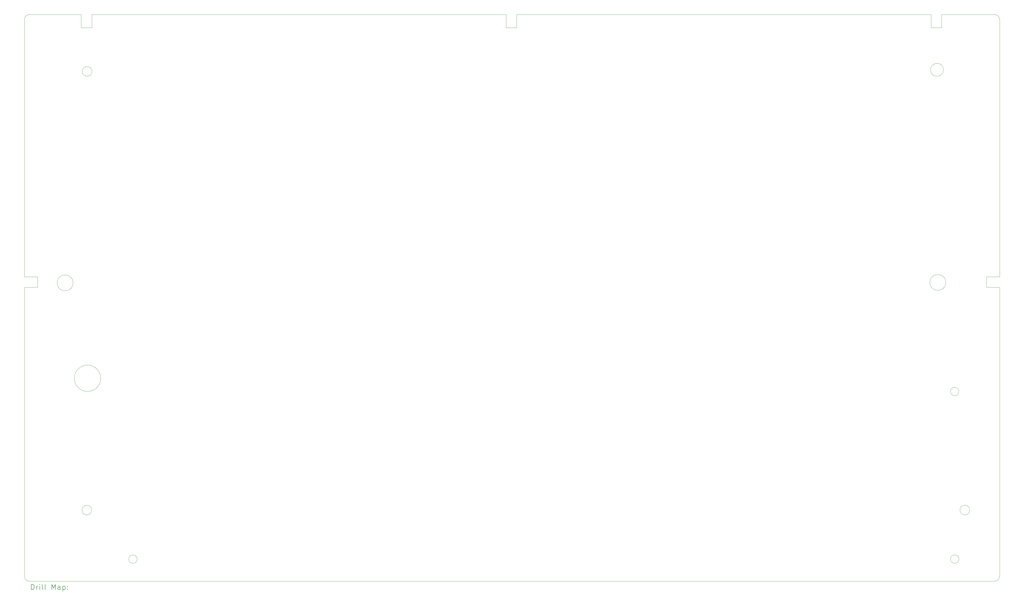
<source format=gbr>
%TF.GenerationSoftware,KiCad,Pcbnew,8.0.4*%
%TF.CreationDate,2025-01-14T13:43:09+00:00*%
%TF.ProjectId,AtomV5Board,41746f6d-5635-4426-9f61-72642e6b6963,rev?*%
%TF.SameCoordinates,Original*%
%TF.FileFunction,Drillmap*%
%TF.FilePolarity,Positive*%
%FSLAX45Y45*%
G04 Gerber Fmt 4.5, Leading zero omitted, Abs format (unit mm)*
G04 Created by KiCad (PCBNEW 8.0.4) date 2025-01-14 13:43:09*
%MOMM*%
%LPD*%
G01*
G04 APERTURE LIST*
%ADD10C,0.050000*%
%ADD11C,0.200000*%
G04 APERTURE END LIST*
D10*
X5199000Y-16191250D02*
G75*
G02*
X4199000Y-16191250I-500000J0D01*
G01*
X4199000Y-16191250D02*
G75*
G02*
X5199000Y-16191250I500000J0D01*
G01*
X2499500Y-23892000D02*
G75*
G02*
X2309000Y-23701500I0J190500D01*
G01*
X4459000Y-2392000D02*
X4459000Y-2892000D01*
X20559000Y-2892000D02*
X20959000Y-2892000D01*
X2309000Y-12342000D02*
X2309000Y-2582500D01*
X4859000Y-2392000D02*
X4859000Y-2892000D01*
X39259000Y-23701500D02*
X39259000Y-12742000D01*
X6579000Y-23052000D02*
G75*
G02*
X6259000Y-23052000I-160000J0D01*
G01*
X6259000Y-23052000D02*
G75*
G02*
X6579000Y-23052000I160000J0D01*
G01*
X2809000Y-12342000D02*
X2309000Y-12342000D01*
X2809000Y-12742000D02*
X2809000Y-12342000D01*
X38759000Y-12342000D02*
X39259000Y-12342000D01*
X20959000Y-2892000D02*
X20959000Y-2392000D01*
X2309000Y-2582500D02*
G75*
G02*
X2499500Y-2392000I190500J0D01*
G01*
X20559000Y-2392000D02*
X20559000Y-2892000D01*
X20959000Y-2392000D02*
X29781500Y-2392000D01*
X4859000Y-2392000D02*
X20559000Y-2392000D01*
X39259000Y-23701500D02*
G75*
G02*
X39068500Y-23892000I-190500J0D01*
G01*
X39068500Y-2392000D02*
G75*
G02*
X39259000Y-2582500I0J-190500D01*
G01*
X2499500Y-2392000D02*
X4459000Y-2392000D01*
X4871300Y-4552000D02*
G75*
G02*
X4501300Y-4552000I-185000J0D01*
G01*
X4501300Y-4552000D02*
G75*
G02*
X4871300Y-4552000I185000J0D01*
G01*
X4149000Y-12573000D02*
G75*
G02*
X3549000Y-12573000I-300000J0D01*
G01*
X3549000Y-12573000D02*
G75*
G02*
X4149000Y-12573000I300000J0D01*
G01*
X39259000Y-12742000D02*
X38759000Y-12742000D01*
X39068500Y-2392000D02*
X37059000Y-2392000D01*
X37059000Y-2392000D02*
X37059000Y-2892000D01*
X37719000Y-16692000D02*
G75*
G02*
X37399000Y-16692000I-160000J0D01*
G01*
X37399000Y-16692000D02*
G75*
G02*
X37719000Y-16692000I160000J0D01*
G01*
X38759000Y-12742000D02*
X38759000Y-12342000D01*
X2309000Y-23701500D02*
X2309000Y-12742000D01*
X2309000Y-12742000D02*
X2809000Y-12742000D01*
X4859000Y-21191250D02*
G75*
G02*
X4489000Y-21191250I-185000J0D01*
G01*
X4489000Y-21191250D02*
G75*
G02*
X4859000Y-21191250I185000J0D01*
G01*
X2499500Y-23892000D02*
X39068500Y-23892000D01*
X37220000Y-12557000D02*
G75*
G02*
X36620000Y-12557000I-300000J0D01*
G01*
X36620000Y-12557000D02*
G75*
G02*
X37220000Y-12557000I300000J0D01*
G01*
X4459000Y-2892000D02*
X4859000Y-2892000D01*
X39259000Y-12342000D02*
X39259000Y-2582500D01*
X37059000Y-2892000D02*
X36659000Y-2892000D01*
X29781500Y-2392000D02*
X36659000Y-2392000D01*
X37134000Y-4492000D02*
G75*
G02*
X36644000Y-4492000I-245000J0D01*
G01*
X36644000Y-4492000D02*
G75*
G02*
X37134000Y-4492000I245000J0D01*
G01*
X38129000Y-21191250D02*
G75*
G02*
X37759000Y-21191250I-185000J0D01*
G01*
X37759000Y-21191250D02*
G75*
G02*
X38129000Y-21191250I185000J0D01*
G01*
X37719000Y-23052000D02*
G75*
G02*
X37399000Y-23052000I-160000J0D01*
G01*
X37399000Y-23052000D02*
G75*
G02*
X37719000Y-23052000I160000J0D01*
G01*
X36659000Y-2392000D02*
X36659000Y-2892000D01*
D11*
X2567277Y-24205984D02*
X2567277Y-24005984D01*
X2567277Y-24005984D02*
X2614896Y-24005984D01*
X2614896Y-24005984D02*
X2643467Y-24015508D01*
X2643467Y-24015508D02*
X2662515Y-24034555D01*
X2662515Y-24034555D02*
X2672039Y-24053603D01*
X2672039Y-24053603D02*
X2681563Y-24091698D01*
X2681563Y-24091698D02*
X2681563Y-24120269D01*
X2681563Y-24120269D02*
X2672039Y-24158365D01*
X2672039Y-24158365D02*
X2662515Y-24177412D01*
X2662515Y-24177412D02*
X2643467Y-24196460D01*
X2643467Y-24196460D02*
X2614896Y-24205984D01*
X2614896Y-24205984D02*
X2567277Y-24205984D01*
X2767277Y-24205984D02*
X2767277Y-24072650D01*
X2767277Y-24110746D02*
X2776801Y-24091698D01*
X2776801Y-24091698D02*
X2786324Y-24082174D01*
X2786324Y-24082174D02*
X2805372Y-24072650D01*
X2805372Y-24072650D02*
X2824420Y-24072650D01*
X2891086Y-24205984D02*
X2891086Y-24072650D01*
X2891086Y-24005984D02*
X2881562Y-24015508D01*
X2881562Y-24015508D02*
X2891086Y-24025031D01*
X2891086Y-24025031D02*
X2900610Y-24015508D01*
X2900610Y-24015508D02*
X2891086Y-24005984D01*
X2891086Y-24005984D02*
X2891086Y-24025031D01*
X3014896Y-24205984D02*
X2995848Y-24196460D01*
X2995848Y-24196460D02*
X2986324Y-24177412D01*
X2986324Y-24177412D02*
X2986324Y-24005984D01*
X3119658Y-24205984D02*
X3100610Y-24196460D01*
X3100610Y-24196460D02*
X3091086Y-24177412D01*
X3091086Y-24177412D02*
X3091086Y-24005984D01*
X3348229Y-24205984D02*
X3348229Y-24005984D01*
X3348229Y-24005984D02*
X3414896Y-24148841D01*
X3414896Y-24148841D02*
X3481562Y-24005984D01*
X3481562Y-24005984D02*
X3481562Y-24205984D01*
X3662515Y-24205984D02*
X3662515Y-24101222D01*
X3662515Y-24101222D02*
X3652991Y-24082174D01*
X3652991Y-24082174D02*
X3633943Y-24072650D01*
X3633943Y-24072650D02*
X3595848Y-24072650D01*
X3595848Y-24072650D02*
X3576801Y-24082174D01*
X3662515Y-24196460D02*
X3643467Y-24205984D01*
X3643467Y-24205984D02*
X3595848Y-24205984D01*
X3595848Y-24205984D02*
X3576801Y-24196460D01*
X3576801Y-24196460D02*
X3567277Y-24177412D01*
X3567277Y-24177412D02*
X3567277Y-24158365D01*
X3567277Y-24158365D02*
X3576801Y-24139317D01*
X3576801Y-24139317D02*
X3595848Y-24129793D01*
X3595848Y-24129793D02*
X3643467Y-24129793D01*
X3643467Y-24129793D02*
X3662515Y-24120269D01*
X3757753Y-24072650D02*
X3757753Y-24272650D01*
X3757753Y-24082174D02*
X3776801Y-24072650D01*
X3776801Y-24072650D02*
X3814896Y-24072650D01*
X3814896Y-24072650D02*
X3833943Y-24082174D01*
X3833943Y-24082174D02*
X3843467Y-24091698D01*
X3843467Y-24091698D02*
X3852991Y-24110746D01*
X3852991Y-24110746D02*
X3852991Y-24167888D01*
X3852991Y-24167888D02*
X3843467Y-24186936D01*
X3843467Y-24186936D02*
X3833943Y-24196460D01*
X3833943Y-24196460D02*
X3814896Y-24205984D01*
X3814896Y-24205984D02*
X3776801Y-24205984D01*
X3776801Y-24205984D02*
X3757753Y-24196460D01*
X3938705Y-24186936D02*
X3948229Y-24196460D01*
X3948229Y-24196460D02*
X3938705Y-24205984D01*
X3938705Y-24205984D02*
X3929182Y-24196460D01*
X3929182Y-24196460D02*
X3938705Y-24186936D01*
X3938705Y-24186936D02*
X3938705Y-24205984D01*
X3938705Y-24082174D02*
X3948229Y-24091698D01*
X3948229Y-24091698D02*
X3938705Y-24101222D01*
X3938705Y-24101222D02*
X3929182Y-24091698D01*
X3929182Y-24091698D02*
X3938705Y-24082174D01*
X3938705Y-24082174D02*
X3938705Y-24101222D01*
M02*

</source>
